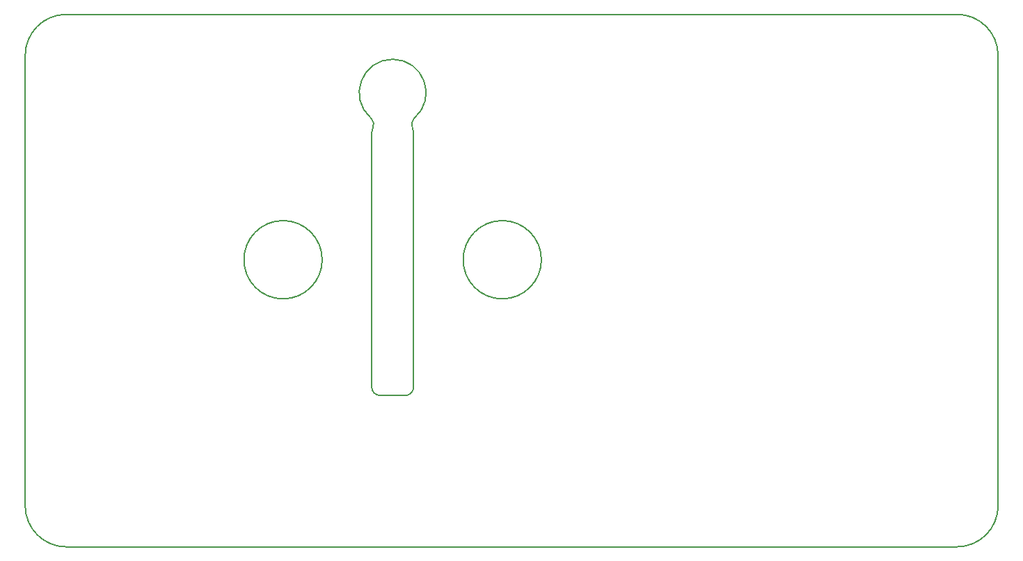
<source format=gm1>
G04 #@! TF.GenerationSoftware,KiCad,Pcbnew,5.1.4-e60b266~84~ubuntu18.04.1*
G04 #@! TF.CreationDate,2020-01-06T17:57:10-05:00*
G04 #@! TF.ProjectId,AIR_MINUS,4149525f-4d49-44e5-9553-2e6b69636164,rev?*
G04 #@! TF.SameCoordinates,Original*
G04 #@! TF.FileFunction,Profile,NP*
%FSLAX46Y46*%
G04 Gerber Fmt 4.6, Leading zero omitted, Abs format (unit mm)*
G04 Created by KiCad (PCBNEW 5.1.4-e60b266~84~ubuntu18.04.1) date 2020-01-06 17:57:10*
%MOMM*%
%LPD*%
G04 APERTURE LIST*
%ADD10C,0.200000*%
G04 APERTURE END LIST*
D10*
X38398794Y-182245000D02*
X146765000Y-182245000D01*
X38398794Y-182245000D02*
G75*
G02X33398794Y-177245000I0J5000000D01*
G01*
X75461743Y-130088365D02*
G75*
G02X75688253Y-131329049I-650237J-759732D01*
G01*
X75565000Y-131810001D02*
G75*
G02X75688253Y-131329049I1000000J1D01*
G01*
X76565000Y-163830000D02*
G75*
G02X75565000Y-162830000I0J1000000D01*
G01*
X80521747Y-131329049D02*
G75*
G02X80748257Y-130088365I876747J480952D01*
G01*
X79645000Y-163829999D02*
X76565000Y-163829999D01*
X151765000Y-177245000D02*
X151765000Y-122475000D01*
X75461742Y-130088364D02*
G75*
G02X80748257Y-130088365I2643258J3088364D01*
G01*
X96202000Y-147320000D02*
G75*
G03X96202000Y-147320000I-4762000J0D01*
G01*
X151765000Y-177245000D02*
G75*
G02X146765000Y-182245000I-5000000J0D01*
G01*
X80521747Y-131329048D02*
G75*
G02X80645000Y-131810000I-876747J-480952D01*
G01*
X33398794Y-122475000D02*
G75*
G02X38398794Y-117475000I5000000J0D01*
G01*
X75565000Y-131810000D02*
X75565000Y-162830000D01*
X146765000Y-117475000D02*
G75*
G02X151765000Y-122475000I0J-5000000D01*
G01*
X33398794Y-177245000D02*
X33398794Y-122475000D01*
X80645000Y-162830000D02*
G75*
G02X79645000Y-163830000I-1000000J0D01*
G01*
X80645000Y-131810000D02*
X80645000Y-162830000D01*
X146765000Y-117475000D02*
X38398794Y-117475000D01*
X69532001Y-147320000D02*
G75*
G03X69532001Y-147320000I-4762001J0D01*
G01*
M02*

</source>
